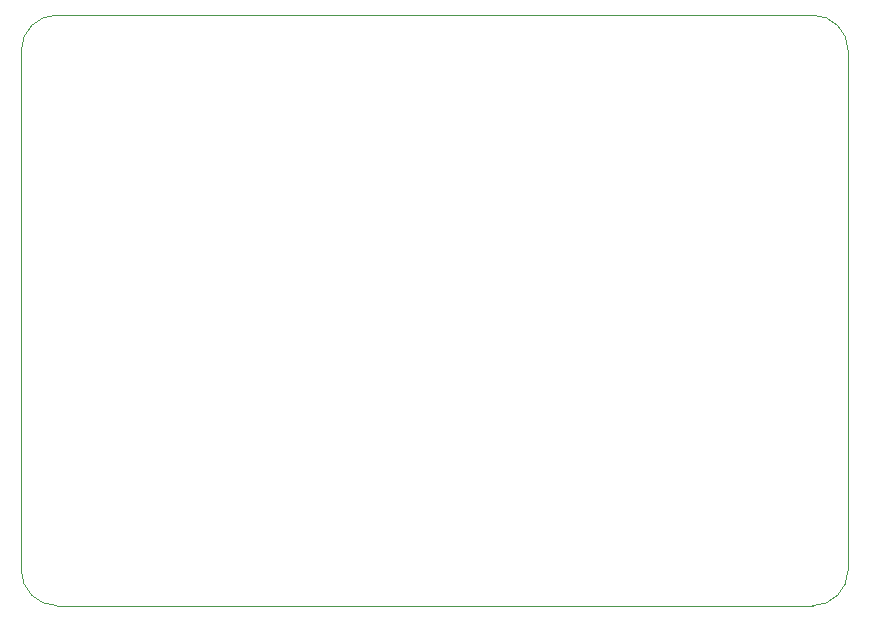
<source format=gbr>
%TF.GenerationSoftware,KiCad,Pcbnew,(7.0.0)*%
%TF.CreationDate,2023-03-09T18:45:04+01:00*%
%TF.ProjectId,turn-on-pc-esp8266,7475726e-2d6f-46e2-9d70-632d65737038,rev?*%
%TF.SameCoordinates,Original*%
%TF.FileFunction,Profile,NP*%
%FSLAX46Y46*%
G04 Gerber Fmt 4.6, Leading zero omitted, Abs format (unit mm)*
G04 Created by KiCad (PCBNEW (7.0.0)) date 2023-03-09 18:45:04*
%MOMM*%
%LPD*%
G01*
G04 APERTURE LIST*
%TA.AperFunction,Profile*%
%ADD10C,0.100000*%
%TD*%
G04 APERTURE END LIST*
D10*
X167000000Y-60000000D02*
X167000000Y-60000000D01*
G75*
G02*
X170000000Y-63000000I0J-3000000D01*
G01*
X170000000Y-107000000D01*
G75*
G02*
X167000000Y-110000000I-3000000J0D01*
G01*
X103000000Y-110000000D01*
G75*
G02*
X100000000Y-107000000I0J3000000D01*
G01*
X100000000Y-63000000D01*
G75*
G02*
X103000000Y-60000000I3000000J0D01*
G01*
X167000000Y-60000000D01*
M02*

</source>
